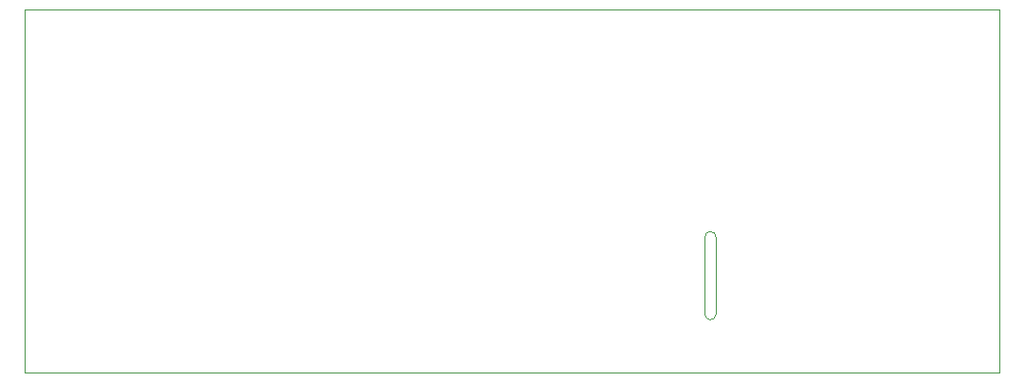
<source format=gbr>
G04 #@! TF.GenerationSoftware,KiCad,Pcbnew,(5.1.2)-2*
G04 #@! TF.CreationDate,2020-09-07T14:07:52+02:00*
G04 #@! TF.ProjectId,KernadouDomoRelay,4b65726e-6164-46f7-9544-6f6d6f52656c,0.1*
G04 #@! TF.SameCoordinates,Original*
G04 #@! TF.FileFunction,Profile,NP*
%FSLAX46Y46*%
G04 Gerber Fmt 4.6, Leading zero omitted, Abs format (unit mm)*
G04 Created by KiCad (PCBNEW (5.1.2)-2) date 2020-09-07 14:07:52*
%MOMM*%
%LPD*%
G04 APERTURE LIST*
%ADD10C,0.050000*%
%ADD11C,0.100000*%
G04 APERTURE END LIST*
D10*
X82677000Y-55245000D02*
X82677000Y-62103000D01*
X81661000Y-62103000D02*
X81661000Y-55245000D01*
X82677000Y-62103000D02*
G75*
G02X81661000Y-62103000I-508000J0D01*
G01*
X81661000Y-55245000D02*
G75*
G02X82677000Y-55245000I508000J0D01*
G01*
D11*
X107950000Y-67310000D02*
X107950000Y-34925000D01*
X74930000Y-67310000D02*
X107950000Y-67310000D01*
X20955000Y-67310000D02*
X74930000Y-67310000D01*
X20955000Y-34925000D02*
X20955000Y-67310000D01*
X107950000Y-34925000D02*
X20955000Y-34925000D01*
M02*

</source>
